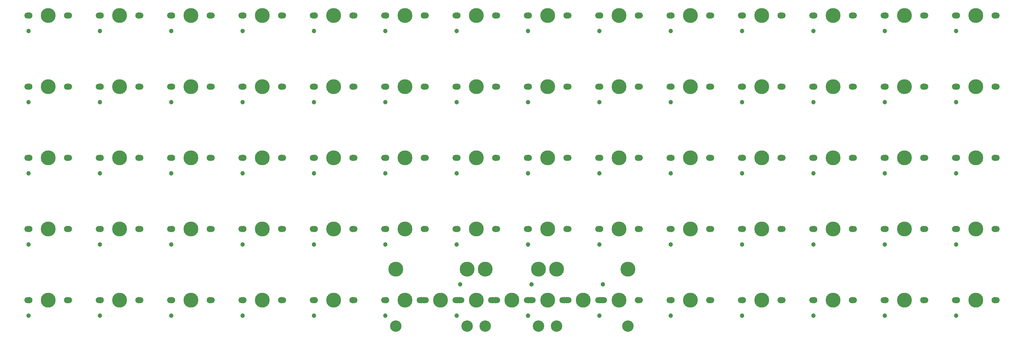
<source format=gbr>
%TF.GenerationSoftware,KiCad,Pcbnew,(5.99.0-176-g31e38f2fd)*%
%TF.CreationDate,2019-12-28T01:26:03+01:00*%
%TF.ProjectId,5x14_ortho_keyboard_elite-c,35783134-5f6f-4727-9468-6f5f6b657962,rev?*%
%TF.SameCoordinates,Original*%
%TF.FileFunction,NonPlated,1,2,NPTH,Drill*%
%TF.FilePolarity,Positive*%
%FSLAX46Y46*%
G04 Gerber Fmt 4.6, Leading zero omitted, Abs format (unit mm)*
G04 Created by KiCad (PCBNEW (5.99.0-176-g31e38f2fd)) date 2019-12-28 01:26:03*
%MOMM*%
%LPD*%
G04 APERTURE LIST*
%TA.AperFunction,ComponentDrill*%
%ADD10C,1.200000*%
%TD*%
%TA.AperFunction,ComponentDrill*%
%ADD11C,1.700000*%
%TD*%
%TA.AperFunction,ComponentDrill*%
%ADD12C,1.750000*%
%TD*%
%TA.AperFunction,ComponentDrill*%
%ADD13C,3.048000*%
%TD*%
%TA.AperFunction,ComponentDrill*%
%ADD14C,3.987800*%
%TD*%
G04 APERTURE END LIST*
D10*
%TO.C,MX55*%
X209886250Y-96275000D03*
%TO.C,MX72*%
X267036250Y-134375000D03*
%TO.C,MX27*%
X114636250Y-96275000D03*
%TO.C,MX63*%
X228936250Y-153425000D03*
%TO.C,MX15*%
X57486250Y-153425000D03*
%TO.C,MX9*%
X38436250Y-134375000D03*
%TO.C,MX22*%
X95586250Y-96275000D03*
%TO.C,MX35*%
X133686250Y-153425000D03*
%TO.C,MX47*%
X171786250Y-153425000D03*
%TO.C,MX4*%
X19386250Y-134375000D03*
%TO.C,MX8*%
X38436250Y-115325000D03*
%TO.C,MX40*%
X152736250Y-134375000D03*
%TO.C,MX36*%
X134601250Y-145025000D03*
%TO.C,MX11*%
X57486250Y-77225000D03*
%TO.C,MX18*%
X76536250Y-115325000D03*
%TO.C,MX49*%
X190836250Y-77225000D03*
%TO.C,MX41*%
X152736250Y-153425000D03*
%TO.C,MX50*%
X190836250Y-96275000D03*
%TO.C,MX38*%
X152736250Y-96275000D03*
%TO.C,MX7*%
X38436250Y-96275000D03*
%TO.C,MX56*%
X209886250Y-115325000D03*
%TO.C,MX48*%
X172701250Y-145025000D03*
%TO.C,MX67*%
X247986250Y-134375000D03*
%TO.C,MX29*%
X114636250Y-134375000D03*
%TO.C,MX57*%
X209886250Y-134375000D03*
%TO.C,MX45*%
X171786250Y-115325000D03*
%TO.C,MX2*%
X19386250Y-96275000D03*
%TO.C,MX54*%
X209886250Y-77225000D03*
%TO.C,MX39*%
X152736250Y-115325000D03*
%TO.C,MX5*%
X19386250Y-153425000D03*
%TO.C,MX68*%
X247986250Y-153425000D03*
%TO.C,MX12*%
X57486250Y-96275000D03*
%TO.C,MX43*%
X171786250Y-77225000D03*
%TO.C,MX30*%
X114636250Y-153425000D03*
%TO.C,MX73*%
X267036250Y-153425000D03*
%TO.C,MX53*%
X190836250Y-153425000D03*
%TO.C,MX1*%
X19386250Y-77225000D03*
%TO.C,MX37*%
X152736250Y-77225000D03*
%TO.C,MX60*%
X228936250Y-96275000D03*
%TO.C,MX19*%
X76536250Y-134375000D03*
%TO.C,MX71*%
X267036250Y-115325000D03*
%TO.C,MX23*%
X95586250Y-115325000D03*
%TO.C,MX10*%
X38436250Y-153425000D03*
%TO.C,MX66*%
X247986250Y-115325000D03*
%TO.C,MX20*%
X76536250Y-153425000D03*
%TO.C,MX6*%
X38436250Y-77225000D03*
%TO.C,MX25*%
X95586250Y-153425000D03*
%TO.C,MX58*%
X209886250Y-153425000D03*
%TO.C,MX64*%
X247986250Y-77225000D03*
%TO.C,MX46*%
X171786250Y-134375000D03*
%TO.C,MX3*%
X19386250Y-115325000D03*
%TO.C,MX51*%
X190836250Y-115325000D03*
%TO.C,MX34*%
X133686250Y-134375000D03*
%TO.C,MX14*%
X57486250Y-134375000D03*
%TO.C,MX52*%
X190836250Y-134375000D03*
%TO.C,MX42*%
X153651250Y-145025000D03*
%TO.C,MX28*%
X114636250Y-115325000D03*
%TO.C,MX13*%
X57486250Y-115325000D03*
%TO.C,MX26*%
X114636250Y-77225000D03*
%TO.C,MX70*%
X267036250Y-96275000D03*
%TO.C,MX17*%
X76536250Y-96275000D03*
%TO.C,MX33*%
X133686250Y-115325000D03*
%TO.C,MX69*%
X267036250Y-77225000D03*
%TO.C,MX24*%
X95586250Y-134375000D03*
%TO.C,MX59*%
X228936250Y-77225000D03*
%TO.C,MX61*%
X228936250Y-115325000D03*
%TO.C,MX31*%
X133686250Y-77225000D03*
%TO.C,MX62*%
X228936250Y-134375000D03*
%TO.C,MX16*%
X76536250Y-77225000D03*
%TO.C,MX21*%
X95586250Y-77225000D03*
%TO.C,MX44*%
X171786250Y-96275000D03*
%TO.C,MX32*%
X133686250Y-96275000D03*
%TO.C,MX65*%
X247986250Y-96275000D03*
D11*
%TO.C,MX56*%
X209606250Y-111125000D03*
X220606250Y-111125000D03*
%TO.C,MX48*%
X161981250Y-149225000D03*
X172981250Y-149225000D03*
%TO.C,MX67*%
X247706250Y-130175000D03*
X258706250Y-130175000D03*
%TO.C,MX29*%
X114356250Y-130175000D03*
X125356250Y-130175000D03*
%TO.C,MX57*%
X209606250Y-130175000D03*
X220606250Y-130175000D03*
%TO.C,MX45*%
X171506250Y-111125000D03*
X182506250Y-111125000D03*
%TO.C,MX2*%
X19106250Y-92075000D03*
X30106250Y-92075000D03*
%TO.C,MX54*%
X209606250Y-73025000D03*
X220606250Y-73025000D03*
%TO.C,MX39*%
X152456250Y-111125000D03*
X163456250Y-111125000D03*
%TO.C,MX5*%
X19106250Y-149225000D03*
X30106250Y-149225000D03*
%TO.C,MX68*%
X247706250Y-149225000D03*
X258706250Y-149225000D03*
%TO.C,MX12*%
X57206250Y-92075000D03*
X68206250Y-92075000D03*
%TO.C,MX43*%
X171506250Y-73025000D03*
X182506250Y-73025000D03*
%TO.C,MX30*%
X114356250Y-149225000D03*
X125356250Y-149225000D03*
%TO.C,MX73*%
X266756250Y-149225000D03*
X277756250Y-149225000D03*
%TO.C,MX53*%
X190556250Y-149225000D03*
X201556250Y-149225000D03*
%TO.C,MX1*%
X19106250Y-73025000D03*
X30106250Y-73025000D03*
%TO.C,MX37*%
X152456250Y-73025000D03*
X163456250Y-73025000D03*
%TO.C,MX60*%
X228656250Y-92075000D03*
X239656250Y-92075000D03*
%TO.C,MX19*%
X76256250Y-130175000D03*
X87256250Y-130175000D03*
%TO.C,MX71*%
X266756250Y-111125000D03*
X277756250Y-111125000D03*
%TO.C,MX23*%
X95306250Y-111125000D03*
X106306250Y-111125000D03*
%TO.C,MX10*%
X38156250Y-149225000D03*
X49156250Y-149225000D03*
%TO.C,MX66*%
X247706250Y-111125000D03*
X258706250Y-111125000D03*
%TO.C,MX20*%
X76256250Y-149225000D03*
X87256250Y-149225000D03*
%TO.C,MX6*%
X38156250Y-73025000D03*
X49156250Y-73025000D03*
%TO.C,MX25*%
X95306250Y-149225000D03*
X106306250Y-149225000D03*
%TO.C,MX58*%
X209606250Y-149225000D03*
X220606250Y-149225000D03*
%TO.C,MX64*%
X247706250Y-73025000D03*
X258706250Y-73025000D03*
%TO.C,MX46*%
X171506250Y-130175000D03*
X182506250Y-130175000D03*
%TO.C,MX3*%
X19106250Y-111125000D03*
X30106250Y-111125000D03*
%TO.C,MX51*%
X190556250Y-111125000D03*
X201556250Y-111125000D03*
%TO.C,MX34*%
X133406250Y-130175000D03*
X144406250Y-130175000D03*
%TO.C,MX14*%
X57206250Y-130175000D03*
X68206250Y-130175000D03*
%TO.C,MX52*%
X190556250Y-130175000D03*
X201556250Y-130175000D03*
%TO.C,MX42*%
X142931250Y-149225000D03*
X153931250Y-149225000D03*
%TO.C,MX28*%
X114356250Y-111125000D03*
X125356250Y-111125000D03*
%TO.C,MX13*%
X57206250Y-111125000D03*
X68206250Y-111125000D03*
%TO.C,MX26*%
X114356250Y-73025000D03*
X125356250Y-73025000D03*
%TO.C,MX70*%
X266756250Y-92075000D03*
X277756250Y-92075000D03*
%TO.C,MX17*%
X76256250Y-92075000D03*
X87256250Y-92075000D03*
%TO.C,MX33*%
X133406250Y-111125000D03*
X144406250Y-111125000D03*
%TO.C,MX69*%
X266756250Y-73025000D03*
X277756250Y-73025000D03*
%TO.C,MX24*%
X95306250Y-130175000D03*
X106306250Y-130175000D03*
%TO.C,MX59*%
X228656250Y-73025000D03*
X239656250Y-73025000D03*
%TO.C,MX61*%
X228656250Y-111125000D03*
X239656250Y-111125000D03*
%TO.C,MX31*%
X133406250Y-73025000D03*
X144406250Y-73025000D03*
%TO.C,MX62*%
X228656250Y-130175000D03*
X239656250Y-130175000D03*
%TO.C,MX16*%
X76256250Y-73025000D03*
X87256250Y-73025000D03*
%TO.C,MX21*%
X95306250Y-73025000D03*
X106306250Y-73025000D03*
%TO.C,MX44*%
X171506250Y-92075000D03*
X182506250Y-92075000D03*
%TO.C,MX32*%
X133406250Y-92075000D03*
X144406250Y-92075000D03*
%TO.C,MX65*%
X247706250Y-92075000D03*
X258706250Y-92075000D03*
%TO.C,MX55*%
X209606250Y-92075000D03*
X220606250Y-92075000D03*
%TO.C,MX72*%
X266756250Y-130175000D03*
X277756250Y-130175000D03*
%TO.C,MX27*%
X114356250Y-92075000D03*
X125356250Y-92075000D03*
%TO.C,MX63*%
X228656250Y-149225000D03*
X239656250Y-149225000D03*
%TO.C,MX15*%
X57206250Y-149225000D03*
X68206250Y-149225000D03*
%TO.C,MX9*%
X38156250Y-130175000D03*
X49156250Y-130175000D03*
%TO.C,MX22*%
X95306250Y-92075000D03*
X106306250Y-92075000D03*
%TO.C,MX35*%
X133406250Y-149225000D03*
X144406250Y-149225000D03*
%TO.C,MX47*%
X171506250Y-149225000D03*
X182506250Y-149225000D03*
%TO.C,MX4*%
X19106250Y-130175000D03*
X30106250Y-130175000D03*
%TO.C,MX8*%
X38156250Y-111125000D03*
X49156250Y-111125000D03*
%TO.C,MX40*%
X152456250Y-130175000D03*
X163456250Y-130175000D03*
%TO.C,MX36*%
X123881250Y-149225000D03*
X134881250Y-149225000D03*
%TO.C,MX11*%
X57206250Y-73025000D03*
X68206250Y-73025000D03*
%TO.C,MX18*%
X76256250Y-111125000D03*
X87256250Y-111125000D03*
%TO.C,MX49*%
X190556250Y-73025000D03*
X201556250Y-73025000D03*
%TO.C,MX41*%
X152456250Y-149225000D03*
X163456250Y-149225000D03*
%TO.C,MX50*%
X190556250Y-92075000D03*
X201556250Y-92075000D03*
%TO.C,MX38*%
X152456250Y-92075000D03*
X163456250Y-92075000D03*
%TO.C,MX7*%
X38156250Y-92075000D03*
X49156250Y-92075000D03*
D12*
%TO.C,MX27*%
X114776250Y-92075000D03*
X124936250Y-92075000D03*
%TO.C,MX63*%
X229076250Y-149225000D03*
X239236250Y-149225000D03*
%TO.C,MX15*%
X57626250Y-149225000D03*
X67786250Y-149225000D03*
%TO.C,MX9*%
X38576250Y-130175000D03*
X48736250Y-130175000D03*
%TO.C,MX22*%
X95726250Y-92075000D03*
X105886250Y-92075000D03*
%TO.C,MX35*%
X133826250Y-149225000D03*
X143986250Y-149225000D03*
%TO.C,MX47*%
X171926250Y-149225000D03*
X182086250Y-149225000D03*
%TO.C,MX4*%
X19526250Y-130175000D03*
X29686250Y-130175000D03*
%TO.C,MX8*%
X38576250Y-111125000D03*
X48736250Y-111125000D03*
%TO.C,MX40*%
X152876250Y-130175000D03*
X163036250Y-130175000D03*
%TO.C,MX36*%
X124301250Y-149225000D03*
X134461250Y-149225000D03*
%TO.C,MX11*%
X57626250Y-73025000D03*
X67786250Y-73025000D03*
%TO.C,MX18*%
X76676250Y-111125000D03*
X86836250Y-111125000D03*
%TO.C,MX49*%
X190976250Y-73025000D03*
X201136250Y-73025000D03*
%TO.C,MX41*%
X152876250Y-149225000D03*
X163036250Y-149225000D03*
%TO.C,MX50*%
X190976250Y-92075000D03*
X201136250Y-92075000D03*
%TO.C,MX38*%
X152876250Y-92075000D03*
X163036250Y-92075000D03*
%TO.C,MX7*%
X38576250Y-92075000D03*
X48736250Y-92075000D03*
%TO.C,MX56*%
X210026250Y-111125000D03*
X220186250Y-111125000D03*
%TO.C,MX48*%
X162401250Y-149225000D03*
X172561250Y-149225000D03*
%TO.C,MX67*%
X248126250Y-130175000D03*
X258286250Y-130175000D03*
%TO.C,MX29*%
X114776250Y-130175000D03*
X124936250Y-130175000D03*
%TO.C,MX57*%
X210026250Y-130175000D03*
X220186250Y-130175000D03*
%TO.C,MX45*%
X171926250Y-111125000D03*
X182086250Y-111125000D03*
%TO.C,MX2*%
X19526250Y-92075000D03*
X29686250Y-92075000D03*
%TO.C,MX54*%
X210026250Y-73025000D03*
X220186250Y-73025000D03*
%TO.C,MX39*%
X152876250Y-111125000D03*
X163036250Y-111125000D03*
%TO.C,MX5*%
X19526250Y-149225000D03*
X29686250Y-149225000D03*
%TO.C,MX68*%
X248126250Y-149225000D03*
X258286250Y-149225000D03*
%TO.C,MX12*%
X57626250Y-92075000D03*
X67786250Y-92075000D03*
%TO.C,MX43*%
X171926250Y-73025000D03*
X182086250Y-73025000D03*
%TO.C,MX30*%
X114776250Y-149225000D03*
X124936250Y-149225000D03*
%TO.C,MX73*%
X267176250Y-149225000D03*
X277336250Y-149225000D03*
%TO.C,MX53*%
X190976250Y-149225000D03*
X201136250Y-149225000D03*
%TO.C,MX1*%
X19526250Y-73025000D03*
X29686250Y-73025000D03*
%TO.C,MX37*%
X152876250Y-73025000D03*
X163036250Y-73025000D03*
%TO.C,MX60*%
X229076250Y-92075000D03*
X239236250Y-92075000D03*
%TO.C,MX19*%
X76676250Y-130175000D03*
X86836250Y-130175000D03*
%TO.C,MX71*%
X267176250Y-111125000D03*
X277336250Y-111125000D03*
%TO.C,MX23*%
X95726250Y-111125000D03*
X105886250Y-111125000D03*
%TO.C,MX10*%
X38576250Y-149225000D03*
X48736250Y-149225000D03*
%TO.C,MX66*%
X248126250Y-111125000D03*
X258286250Y-111125000D03*
%TO.C,MX20*%
X76676250Y-149225000D03*
X86836250Y-149225000D03*
%TO.C,MX6*%
X38576250Y-73025000D03*
X48736250Y-73025000D03*
%TO.C,MX25*%
X95726250Y-149225000D03*
X105886250Y-149225000D03*
%TO.C,MX58*%
X210026250Y-149225000D03*
X220186250Y-149225000D03*
%TO.C,MX64*%
X248126250Y-73025000D03*
X258286250Y-73025000D03*
%TO.C,MX46*%
X171926250Y-130175000D03*
X182086250Y-130175000D03*
%TO.C,MX3*%
X19526250Y-111125000D03*
X29686250Y-111125000D03*
%TO.C,MX51*%
X190976250Y-111125000D03*
X201136250Y-111125000D03*
%TO.C,MX34*%
X133826250Y-130175000D03*
X143986250Y-130175000D03*
%TO.C,MX14*%
X57626250Y-130175000D03*
X67786250Y-130175000D03*
%TO.C,MX52*%
X190976250Y-130175000D03*
X201136250Y-130175000D03*
%TO.C,MX42*%
X143351250Y-149225000D03*
X153511250Y-149225000D03*
%TO.C,MX28*%
X114776250Y-111125000D03*
X124936250Y-111125000D03*
%TO.C,MX13*%
X57626250Y-111125000D03*
X67786250Y-111125000D03*
%TO.C,MX26*%
X114776250Y-73025000D03*
X124936250Y-73025000D03*
%TO.C,MX70*%
X267176250Y-92075000D03*
X277336250Y-92075000D03*
%TO.C,MX17*%
X76676250Y-92075000D03*
X86836250Y-92075000D03*
%TO.C,MX33*%
X133826250Y-111125000D03*
X143986250Y-111125000D03*
%TO.C,MX69*%
X267176250Y-73025000D03*
X277336250Y-73025000D03*
%TO.C,MX24*%
X95726250Y-130175000D03*
X105886250Y-130175000D03*
%TO.C,MX59*%
X229076250Y-73025000D03*
X239236250Y-73025000D03*
%TO.C,MX61*%
X229076250Y-111125000D03*
X239236250Y-111125000D03*
%TO.C,MX31*%
X133826250Y-73025000D03*
X143986250Y-73025000D03*
%TO.C,MX62*%
X229076250Y-130175000D03*
X239236250Y-130175000D03*
%TO.C,MX16*%
X76676250Y-73025000D03*
X86836250Y-73025000D03*
%TO.C,MX21*%
X95726250Y-73025000D03*
X105886250Y-73025000D03*
%TO.C,MX44*%
X171926250Y-92075000D03*
X182086250Y-92075000D03*
%TO.C,MX32*%
X133826250Y-92075000D03*
X143986250Y-92075000D03*
%TO.C,MX65*%
X248126250Y-92075000D03*
X258286250Y-92075000D03*
%TO.C,MX55*%
X210026250Y-92075000D03*
X220186250Y-92075000D03*
%TO.C,MX72*%
X267176250Y-130175000D03*
X277336250Y-130175000D03*
D13*
%TO.C,MX48*%
X155543250Y-156210000D03*
X179419250Y-156210000D03*
%TO.C,MX42*%
X136493250Y-156210000D03*
X160369250Y-156210000D03*
%TO.C,MX36*%
X117443250Y-156210000D03*
X141319250Y-156210000D03*
D14*
%TO.C,MX64*%
X253206250Y-73025000D03*
%TO.C,MX46*%
X177006250Y-130175000D03*
%TO.C,MX3*%
X24606250Y-111125000D03*
%TO.C,MX51*%
X196056250Y-111125000D03*
%TO.C,MX34*%
X138906250Y-130175000D03*
%TO.C,MX14*%
X62706250Y-130175000D03*
%TO.C,MX52*%
X196056250Y-130175000D03*
%TO.C,MX42*%
X136493250Y-140970000D03*
X148431250Y-149225000D03*
X160369250Y-140970000D03*
%TO.C,MX28*%
X119856250Y-111125000D03*
%TO.C,MX13*%
X62706250Y-111125000D03*
%TO.C,MX26*%
X119856250Y-73025000D03*
%TO.C,MX70*%
X272256250Y-92075000D03*
%TO.C,MX17*%
X81756250Y-92075000D03*
%TO.C,MX33*%
X138906250Y-111125000D03*
%TO.C,MX69*%
X272256250Y-73025000D03*
%TO.C,MX24*%
X100806250Y-130175000D03*
%TO.C,MX59*%
X234156250Y-73025000D03*
%TO.C,MX61*%
X234156250Y-111125000D03*
%TO.C,MX31*%
X138906250Y-73025000D03*
%TO.C,MX62*%
X234156250Y-130175000D03*
%TO.C,MX16*%
X81756250Y-73025000D03*
%TO.C,MX21*%
X100806250Y-73025000D03*
%TO.C,MX44*%
X177006250Y-92075000D03*
%TO.C,MX32*%
X138906250Y-92075000D03*
%TO.C,MX65*%
X253206250Y-92075000D03*
%TO.C,MX55*%
X215106250Y-92075000D03*
%TO.C,MX72*%
X272256250Y-130175000D03*
%TO.C,MX27*%
X119856250Y-92075000D03*
%TO.C,MX63*%
X234156250Y-149225000D03*
%TO.C,MX15*%
X62706250Y-149225000D03*
%TO.C,MX9*%
X43656250Y-130175000D03*
%TO.C,MX22*%
X100806250Y-92075000D03*
%TO.C,MX35*%
X138906250Y-149225000D03*
%TO.C,MX47*%
X177006250Y-149225000D03*
%TO.C,MX4*%
X24606250Y-130175000D03*
%TO.C,MX8*%
X43656250Y-111125000D03*
%TO.C,MX40*%
X157956250Y-130175000D03*
%TO.C,MX36*%
X117443250Y-140970000D03*
X129381250Y-149225000D03*
X141319250Y-140970000D03*
%TO.C,MX11*%
X62706250Y-73025000D03*
%TO.C,MX18*%
X81756250Y-111125000D03*
%TO.C,MX49*%
X196056250Y-73025000D03*
%TO.C,MX41*%
X157956250Y-149225000D03*
%TO.C,MX50*%
X196056250Y-92075000D03*
%TO.C,MX38*%
X157956250Y-92075000D03*
%TO.C,MX7*%
X43656250Y-92075000D03*
%TO.C,MX56*%
X215106250Y-111125000D03*
%TO.C,MX48*%
X155543250Y-140970000D03*
X167481250Y-149225000D03*
X179419250Y-140970000D03*
%TO.C,MX67*%
X253206250Y-130175000D03*
%TO.C,MX29*%
X119856250Y-130175000D03*
%TO.C,MX57*%
X215106250Y-130175000D03*
%TO.C,MX45*%
X177006250Y-111125000D03*
%TO.C,MX2*%
X24606250Y-92075000D03*
%TO.C,MX54*%
X215106250Y-73025000D03*
%TO.C,MX39*%
X157956250Y-111125000D03*
%TO.C,MX5*%
X24606250Y-149225000D03*
%TO.C,MX68*%
X253206250Y-149225000D03*
%TO.C,MX12*%
X62706250Y-92075000D03*
%TO.C,MX43*%
X177006250Y-73025000D03*
%TO.C,MX30*%
X119856250Y-149225000D03*
%TO.C,MX73*%
X272256250Y-149225000D03*
%TO.C,MX53*%
X196056250Y-149225000D03*
%TO.C,MX1*%
X24606250Y-73025000D03*
%TO.C,MX37*%
X157956250Y-73025000D03*
%TO.C,MX60*%
X234156250Y-92075000D03*
%TO.C,MX19*%
X81756250Y-130175000D03*
%TO.C,MX71*%
X272256250Y-111125000D03*
%TO.C,MX23*%
X100806250Y-111125000D03*
%TO.C,MX10*%
X43656250Y-149225000D03*
%TO.C,MX66*%
X253206250Y-111125000D03*
%TO.C,MX20*%
X81756250Y-149225000D03*
%TO.C,MX6*%
X43656250Y-73025000D03*
%TO.C,MX25*%
X100806250Y-149225000D03*
%TO.C,MX58*%
X215106250Y-149225000D03*
M02*

</source>
